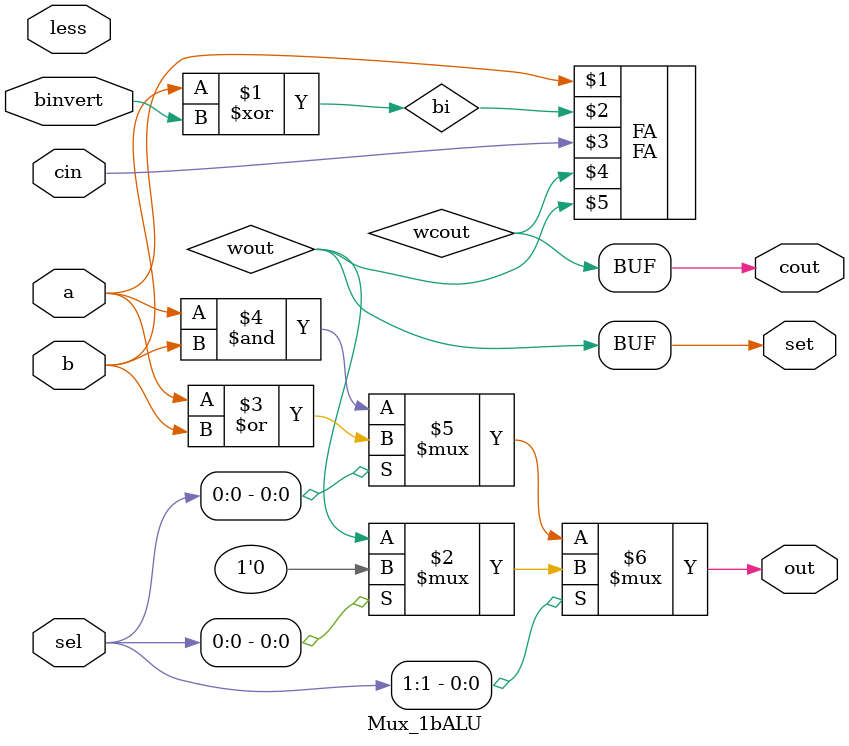
<source format=v>
`timescale 1ns/1ns
module Mux_1bALU( a, b, cin, less, binvert, sel, cout, out, set );

	input		a, b, cin, less, binvert ;
	input[1:0]	sel ;
	output		cout, out, set ;
	wire 		bi, wcout, wout ;
	
	assign bi = b^binvert ;

	FA FA( a, bi, cin, wcout, wout ) ;
	assign set = wout ;
	assign cout = wcout ;
	assign out = ( sel[1] ) ? ( sel[0] ? 1'b0 : wout ) : ( sel[0] ? a|b : a&b ) ;

			   
endmodule
</source>
